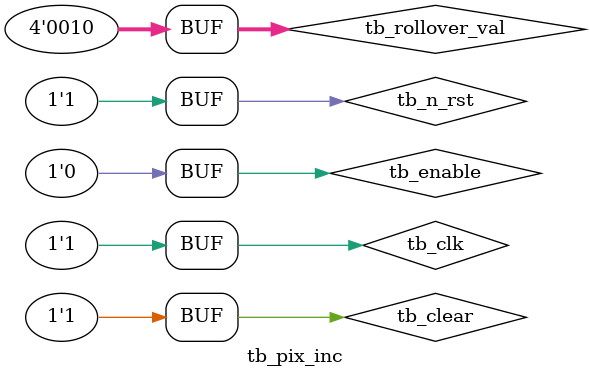
<source format=sv>

`timescale 1ns / 100ps

module tb_pix_inc ();

	// Define parameters
	// basic test bench parameters
	localparam CLK_PERIOD = 2.5;
	localparam NUM_CNT_BITS = 4;

	// Shared Test Variables
	reg tb_clk;
	logic tb_n_rst;
	logic tb_clear;
	logic tb_enable;
	logic [NUM_CNT_BITS-1:0] tb_rollover_val;
	logic [NUM_CNT_BITS-1:0] tb_count_out;
	logic tb_rolloverflg;
	
	// Clock generation block
	always
	begin
		tb_clk = 1'b0;
		#(CLK_PERIOD/2.0);
		tb_clk = 1'b1;
		#(CLK_PERIOD/2.0);
	end

	pix_inc XY_CNT
	(
		.wr_clk(wr_clk), //wr = wrapper variable
		.wr_n_rst(wr_n_rst),
		.wr_counter_enable(wr_start_calc),
		.x_max(), //Preset?
		.y_max(), //Preset?
	
		.x_value(wr_x_value),
		.y_value(wr_y_value),
		.done(wr_finished_screen)
	);
	
	initial begin
		#(CLK_PERIOD/2.0);
		tb_n_rst = 0;
		tb_clear = 0;
		tb_enable = 0;
		#(CLK_PERIOD/2.0);
		tb_rollover_val = 2'b10;
		#(CLK_PERIOD);
		tb_n_rst=1;
		#(CLK_PERIOD);
		tb_enable=1;
		#(CLK_PERIOD);
		tb_clear = 1;
		#(CLK_PERIOD);
		tb_clear = 0;
		#(CLK_PERIOD*4);
		tb_enable = 0;
		#(CLK_PERIOD);
		tb_clear = 1;
		
	end
endmodule


</source>
